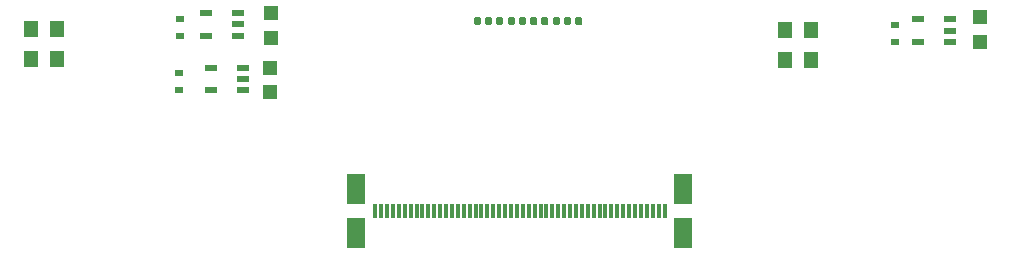
<source format=gbr>
G04 #@! TF.GenerationSoftware,KiCad,Pcbnew,5.0.2+dfsg1-1~bpo9+1*
G04 #@! TF.CreationDate,2019-09-12T14:57:23+02:00*
G04 #@! TF.ProjectId,OV9281,4f563932-3831-42e6-9b69-6361645f7063,rev?*
G04 #@! TF.SameCoordinates,Original*
G04 #@! TF.FileFunction,Paste,Top*
G04 #@! TF.FilePolarity,Positive*
%FSLAX46Y46*%
G04 Gerber Fmt 4.6, Leading zero omitted, Abs format (unit mm)*
G04 Created by KiCad (PCBNEW 5.0.2+dfsg1-1~bpo9+1) date Thu 12 Sep 2019 02:57:23 PM CEST*
%MOMM*%
%LPD*%
G01*
G04 APERTURE LIST*
%ADD10R,1.500000X2.500000*%
%ADD11R,0.300000X1.200000*%
%ADD12C,0.100000*%
%ADD13C,0.590000*%
%ADD14R,1.000000X0.550000*%
%ADD15R,0.800000X0.600000*%
%ADD16R,1.200000X1.200000*%
%ADD17R,1.200000X1.400000*%
G04 APERTURE END LIST*
D10*
G04 #@! TO.C,J3*
X163850000Y-117550000D03*
X163850000Y-121250000D03*
X136150000Y-121250000D03*
X136150000Y-117550000D03*
D11*
X137750000Y-119400000D03*
X138250000Y-119400000D03*
X138750000Y-119400000D03*
X139250000Y-119400000D03*
X139750000Y-119400000D03*
X140250000Y-119400000D03*
X140750000Y-119400000D03*
X141250000Y-119400000D03*
X141750000Y-119400000D03*
X142250000Y-119400000D03*
X142750000Y-119400000D03*
X143250000Y-119400000D03*
X143750000Y-119400000D03*
X144250000Y-119400000D03*
X144750000Y-119400000D03*
X145250000Y-119400000D03*
X145750000Y-119400000D03*
X146250000Y-119400000D03*
X146750000Y-119400000D03*
X147250000Y-119400000D03*
X147750000Y-119400000D03*
X148250000Y-119400000D03*
X148750000Y-119400000D03*
X149250000Y-119400000D03*
X149750000Y-119400000D03*
X150250000Y-119400000D03*
X150750000Y-119400000D03*
X151250000Y-119400000D03*
X151750000Y-119400000D03*
X152250000Y-119400000D03*
X152750000Y-119400000D03*
X153250000Y-119400000D03*
X153750000Y-119400000D03*
X154250000Y-119400000D03*
X154750000Y-119400000D03*
X155250000Y-119400000D03*
X155750000Y-119400000D03*
X156250000Y-119400000D03*
X156750000Y-119400000D03*
X157250000Y-119400000D03*
X157750000Y-119400000D03*
X158250000Y-119400000D03*
X158750000Y-119400000D03*
X159250000Y-119400000D03*
X159750000Y-119400000D03*
X160250000Y-119400000D03*
X160750000Y-119400000D03*
X161250000Y-119400000D03*
X161750000Y-119400000D03*
X162250000Y-119400000D03*
G04 #@! TD*
D12*
G04 #@! TO.C,R5*
G36*
X155161959Y-102965711D02*
X155176277Y-102967835D01*
X155190318Y-102971352D01*
X155203947Y-102976229D01*
X155217032Y-102982418D01*
X155229448Y-102989859D01*
X155241074Y-102998482D01*
X155251799Y-103008203D01*
X155261520Y-103018928D01*
X155270143Y-103030554D01*
X155277584Y-103042970D01*
X155283773Y-103056055D01*
X155288650Y-103069684D01*
X155292167Y-103083725D01*
X155294291Y-103098043D01*
X155295001Y-103112501D01*
X155295001Y-103457501D01*
X155294291Y-103471959D01*
X155292167Y-103486277D01*
X155288650Y-103500318D01*
X155283773Y-103513947D01*
X155277584Y-103527032D01*
X155270143Y-103539448D01*
X155261520Y-103551074D01*
X155251799Y-103561799D01*
X155241074Y-103571520D01*
X155229448Y-103580143D01*
X155217032Y-103587584D01*
X155203947Y-103593773D01*
X155190318Y-103598650D01*
X155176277Y-103602167D01*
X155161959Y-103604291D01*
X155147501Y-103605001D01*
X154852501Y-103605001D01*
X154838043Y-103604291D01*
X154823725Y-103602167D01*
X154809684Y-103598650D01*
X154796055Y-103593773D01*
X154782970Y-103587584D01*
X154770554Y-103580143D01*
X154758928Y-103571520D01*
X154748203Y-103561799D01*
X154738482Y-103551074D01*
X154729859Y-103539448D01*
X154722418Y-103527032D01*
X154716229Y-103513947D01*
X154711352Y-103500318D01*
X154707835Y-103486277D01*
X154705711Y-103471959D01*
X154705001Y-103457501D01*
X154705001Y-103112501D01*
X154705711Y-103098043D01*
X154707835Y-103083725D01*
X154711352Y-103069684D01*
X154716229Y-103056055D01*
X154722418Y-103042970D01*
X154729859Y-103030554D01*
X154738482Y-103018928D01*
X154748203Y-103008203D01*
X154758928Y-102998482D01*
X154770554Y-102989859D01*
X154782970Y-102982418D01*
X154796055Y-102976229D01*
X154809684Y-102971352D01*
X154823725Y-102967835D01*
X154838043Y-102965711D01*
X154852501Y-102965001D01*
X155147501Y-102965001D01*
X155161959Y-102965711D01*
X155161959Y-102965711D01*
G37*
D13*
X155000001Y-103285001D03*
D12*
G36*
X154191959Y-102965711D02*
X154206277Y-102967835D01*
X154220318Y-102971352D01*
X154233947Y-102976229D01*
X154247032Y-102982418D01*
X154259448Y-102989859D01*
X154271074Y-102998482D01*
X154281799Y-103008203D01*
X154291520Y-103018928D01*
X154300143Y-103030554D01*
X154307584Y-103042970D01*
X154313773Y-103056055D01*
X154318650Y-103069684D01*
X154322167Y-103083725D01*
X154324291Y-103098043D01*
X154325001Y-103112501D01*
X154325001Y-103457501D01*
X154324291Y-103471959D01*
X154322167Y-103486277D01*
X154318650Y-103500318D01*
X154313773Y-103513947D01*
X154307584Y-103527032D01*
X154300143Y-103539448D01*
X154291520Y-103551074D01*
X154281799Y-103561799D01*
X154271074Y-103571520D01*
X154259448Y-103580143D01*
X154247032Y-103587584D01*
X154233947Y-103593773D01*
X154220318Y-103598650D01*
X154206277Y-103602167D01*
X154191959Y-103604291D01*
X154177501Y-103605001D01*
X153882501Y-103605001D01*
X153868043Y-103604291D01*
X153853725Y-103602167D01*
X153839684Y-103598650D01*
X153826055Y-103593773D01*
X153812970Y-103587584D01*
X153800554Y-103580143D01*
X153788928Y-103571520D01*
X153778203Y-103561799D01*
X153768482Y-103551074D01*
X153759859Y-103539448D01*
X153752418Y-103527032D01*
X153746229Y-103513947D01*
X153741352Y-103500318D01*
X153737835Y-103486277D01*
X153735711Y-103471959D01*
X153735001Y-103457501D01*
X153735001Y-103112501D01*
X153735711Y-103098043D01*
X153737835Y-103083725D01*
X153741352Y-103069684D01*
X153746229Y-103056055D01*
X153752418Y-103042970D01*
X153759859Y-103030554D01*
X153768482Y-103018928D01*
X153778203Y-103008203D01*
X153788928Y-102998482D01*
X153800554Y-102989859D01*
X153812970Y-102982418D01*
X153826055Y-102976229D01*
X153839684Y-102971352D01*
X153853725Y-102967835D01*
X153868043Y-102965711D01*
X153882501Y-102965001D01*
X154177501Y-102965001D01*
X154191959Y-102965711D01*
X154191959Y-102965711D01*
G37*
D13*
X154030001Y-103285001D03*
G04 #@! TD*
D12*
G04 #@! TO.C,R4*
G36*
X153251959Y-102965711D02*
X153266277Y-102967835D01*
X153280318Y-102971352D01*
X153293947Y-102976229D01*
X153307032Y-102982418D01*
X153319448Y-102989859D01*
X153331074Y-102998482D01*
X153341799Y-103008203D01*
X153351520Y-103018928D01*
X153360143Y-103030554D01*
X153367584Y-103042970D01*
X153373773Y-103056055D01*
X153378650Y-103069684D01*
X153382167Y-103083725D01*
X153384291Y-103098043D01*
X153385001Y-103112501D01*
X153385001Y-103457501D01*
X153384291Y-103471959D01*
X153382167Y-103486277D01*
X153378650Y-103500318D01*
X153373773Y-103513947D01*
X153367584Y-103527032D01*
X153360143Y-103539448D01*
X153351520Y-103551074D01*
X153341799Y-103561799D01*
X153331074Y-103571520D01*
X153319448Y-103580143D01*
X153307032Y-103587584D01*
X153293947Y-103593773D01*
X153280318Y-103598650D01*
X153266277Y-103602167D01*
X153251959Y-103604291D01*
X153237501Y-103605001D01*
X152942501Y-103605001D01*
X152928043Y-103604291D01*
X152913725Y-103602167D01*
X152899684Y-103598650D01*
X152886055Y-103593773D01*
X152872970Y-103587584D01*
X152860554Y-103580143D01*
X152848928Y-103571520D01*
X152838203Y-103561799D01*
X152828482Y-103551074D01*
X152819859Y-103539448D01*
X152812418Y-103527032D01*
X152806229Y-103513947D01*
X152801352Y-103500318D01*
X152797835Y-103486277D01*
X152795711Y-103471959D01*
X152795001Y-103457501D01*
X152795001Y-103112501D01*
X152795711Y-103098043D01*
X152797835Y-103083725D01*
X152801352Y-103069684D01*
X152806229Y-103056055D01*
X152812418Y-103042970D01*
X152819859Y-103030554D01*
X152828482Y-103018928D01*
X152838203Y-103008203D01*
X152848928Y-102998482D01*
X152860554Y-102989859D01*
X152872970Y-102982418D01*
X152886055Y-102976229D01*
X152899684Y-102971352D01*
X152913725Y-102967835D01*
X152928043Y-102965711D01*
X152942501Y-102965001D01*
X153237501Y-102965001D01*
X153251959Y-102965711D01*
X153251959Y-102965711D01*
G37*
D13*
X153090001Y-103285001D03*
D12*
G36*
X152281959Y-102965711D02*
X152296277Y-102967835D01*
X152310318Y-102971352D01*
X152323947Y-102976229D01*
X152337032Y-102982418D01*
X152349448Y-102989859D01*
X152361074Y-102998482D01*
X152371799Y-103008203D01*
X152381520Y-103018928D01*
X152390143Y-103030554D01*
X152397584Y-103042970D01*
X152403773Y-103056055D01*
X152408650Y-103069684D01*
X152412167Y-103083725D01*
X152414291Y-103098043D01*
X152415001Y-103112501D01*
X152415001Y-103457501D01*
X152414291Y-103471959D01*
X152412167Y-103486277D01*
X152408650Y-103500318D01*
X152403773Y-103513947D01*
X152397584Y-103527032D01*
X152390143Y-103539448D01*
X152381520Y-103551074D01*
X152371799Y-103561799D01*
X152361074Y-103571520D01*
X152349448Y-103580143D01*
X152337032Y-103587584D01*
X152323947Y-103593773D01*
X152310318Y-103598650D01*
X152296277Y-103602167D01*
X152281959Y-103604291D01*
X152267501Y-103605001D01*
X151972501Y-103605001D01*
X151958043Y-103604291D01*
X151943725Y-103602167D01*
X151929684Y-103598650D01*
X151916055Y-103593773D01*
X151902970Y-103587584D01*
X151890554Y-103580143D01*
X151878928Y-103571520D01*
X151868203Y-103561799D01*
X151858482Y-103551074D01*
X151849859Y-103539448D01*
X151842418Y-103527032D01*
X151836229Y-103513947D01*
X151831352Y-103500318D01*
X151827835Y-103486277D01*
X151825711Y-103471959D01*
X151825001Y-103457501D01*
X151825001Y-103112501D01*
X151825711Y-103098043D01*
X151827835Y-103083725D01*
X151831352Y-103069684D01*
X151836229Y-103056055D01*
X151842418Y-103042970D01*
X151849859Y-103030554D01*
X151858482Y-103018928D01*
X151868203Y-103008203D01*
X151878928Y-102998482D01*
X151890554Y-102989859D01*
X151902970Y-102982418D01*
X151916055Y-102976229D01*
X151929684Y-102971352D01*
X151943725Y-102967835D01*
X151958043Y-102965711D01*
X151972501Y-102965001D01*
X152267501Y-102965001D01*
X152281959Y-102965711D01*
X152281959Y-102965711D01*
G37*
D13*
X152120001Y-103285001D03*
G04 #@! TD*
D12*
G04 #@! TO.C,R3*
G36*
X151341959Y-102965711D02*
X151356277Y-102967835D01*
X151370318Y-102971352D01*
X151383947Y-102976229D01*
X151397032Y-102982418D01*
X151409448Y-102989859D01*
X151421074Y-102998482D01*
X151431799Y-103008203D01*
X151441520Y-103018928D01*
X151450143Y-103030554D01*
X151457584Y-103042970D01*
X151463773Y-103056055D01*
X151468650Y-103069684D01*
X151472167Y-103083725D01*
X151474291Y-103098043D01*
X151475001Y-103112501D01*
X151475001Y-103457501D01*
X151474291Y-103471959D01*
X151472167Y-103486277D01*
X151468650Y-103500318D01*
X151463773Y-103513947D01*
X151457584Y-103527032D01*
X151450143Y-103539448D01*
X151441520Y-103551074D01*
X151431799Y-103561799D01*
X151421074Y-103571520D01*
X151409448Y-103580143D01*
X151397032Y-103587584D01*
X151383947Y-103593773D01*
X151370318Y-103598650D01*
X151356277Y-103602167D01*
X151341959Y-103604291D01*
X151327501Y-103605001D01*
X151032501Y-103605001D01*
X151018043Y-103604291D01*
X151003725Y-103602167D01*
X150989684Y-103598650D01*
X150976055Y-103593773D01*
X150962970Y-103587584D01*
X150950554Y-103580143D01*
X150938928Y-103571520D01*
X150928203Y-103561799D01*
X150918482Y-103551074D01*
X150909859Y-103539448D01*
X150902418Y-103527032D01*
X150896229Y-103513947D01*
X150891352Y-103500318D01*
X150887835Y-103486277D01*
X150885711Y-103471959D01*
X150885001Y-103457501D01*
X150885001Y-103112501D01*
X150885711Y-103098043D01*
X150887835Y-103083725D01*
X150891352Y-103069684D01*
X150896229Y-103056055D01*
X150902418Y-103042970D01*
X150909859Y-103030554D01*
X150918482Y-103018928D01*
X150928203Y-103008203D01*
X150938928Y-102998482D01*
X150950554Y-102989859D01*
X150962970Y-102982418D01*
X150976055Y-102976229D01*
X150989684Y-102971352D01*
X151003725Y-102967835D01*
X151018043Y-102965711D01*
X151032501Y-102965001D01*
X151327501Y-102965001D01*
X151341959Y-102965711D01*
X151341959Y-102965711D01*
G37*
D13*
X151180001Y-103285001D03*
D12*
G36*
X150371959Y-102965711D02*
X150386277Y-102967835D01*
X150400318Y-102971352D01*
X150413947Y-102976229D01*
X150427032Y-102982418D01*
X150439448Y-102989859D01*
X150451074Y-102998482D01*
X150461799Y-103008203D01*
X150471520Y-103018928D01*
X150480143Y-103030554D01*
X150487584Y-103042970D01*
X150493773Y-103056055D01*
X150498650Y-103069684D01*
X150502167Y-103083725D01*
X150504291Y-103098043D01*
X150505001Y-103112501D01*
X150505001Y-103457501D01*
X150504291Y-103471959D01*
X150502167Y-103486277D01*
X150498650Y-103500318D01*
X150493773Y-103513947D01*
X150487584Y-103527032D01*
X150480143Y-103539448D01*
X150471520Y-103551074D01*
X150461799Y-103561799D01*
X150451074Y-103571520D01*
X150439448Y-103580143D01*
X150427032Y-103587584D01*
X150413947Y-103593773D01*
X150400318Y-103598650D01*
X150386277Y-103602167D01*
X150371959Y-103604291D01*
X150357501Y-103605001D01*
X150062501Y-103605001D01*
X150048043Y-103604291D01*
X150033725Y-103602167D01*
X150019684Y-103598650D01*
X150006055Y-103593773D01*
X149992970Y-103587584D01*
X149980554Y-103580143D01*
X149968928Y-103571520D01*
X149958203Y-103561799D01*
X149948482Y-103551074D01*
X149939859Y-103539448D01*
X149932418Y-103527032D01*
X149926229Y-103513947D01*
X149921352Y-103500318D01*
X149917835Y-103486277D01*
X149915711Y-103471959D01*
X149915001Y-103457501D01*
X149915001Y-103112501D01*
X149915711Y-103098043D01*
X149917835Y-103083725D01*
X149921352Y-103069684D01*
X149926229Y-103056055D01*
X149932418Y-103042970D01*
X149939859Y-103030554D01*
X149948482Y-103018928D01*
X149958203Y-103008203D01*
X149968928Y-102998482D01*
X149980554Y-102989859D01*
X149992970Y-102982418D01*
X150006055Y-102976229D01*
X150019684Y-102971352D01*
X150033725Y-102967835D01*
X150048043Y-102965711D01*
X150062501Y-102965001D01*
X150357501Y-102965001D01*
X150371959Y-102965711D01*
X150371959Y-102965711D01*
G37*
D13*
X150210001Y-103285001D03*
G04 #@! TD*
D12*
G04 #@! TO.C,R2*
G36*
X149431959Y-102965711D02*
X149446277Y-102967835D01*
X149460318Y-102971352D01*
X149473947Y-102976229D01*
X149487032Y-102982418D01*
X149499448Y-102989859D01*
X149511074Y-102998482D01*
X149521799Y-103008203D01*
X149531520Y-103018928D01*
X149540143Y-103030554D01*
X149547584Y-103042970D01*
X149553773Y-103056055D01*
X149558650Y-103069684D01*
X149562167Y-103083725D01*
X149564291Y-103098043D01*
X149565001Y-103112501D01*
X149565001Y-103457501D01*
X149564291Y-103471959D01*
X149562167Y-103486277D01*
X149558650Y-103500318D01*
X149553773Y-103513947D01*
X149547584Y-103527032D01*
X149540143Y-103539448D01*
X149531520Y-103551074D01*
X149521799Y-103561799D01*
X149511074Y-103571520D01*
X149499448Y-103580143D01*
X149487032Y-103587584D01*
X149473947Y-103593773D01*
X149460318Y-103598650D01*
X149446277Y-103602167D01*
X149431959Y-103604291D01*
X149417501Y-103605001D01*
X149122501Y-103605001D01*
X149108043Y-103604291D01*
X149093725Y-103602167D01*
X149079684Y-103598650D01*
X149066055Y-103593773D01*
X149052970Y-103587584D01*
X149040554Y-103580143D01*
X149028928Y-103571520D01*
X149018203Y-103561799D01*
X149008482Y-103551074D01*
X148999859Y-103539448D01*
X148992418Y-103527032D01*
X148986229Y-103513947D01*
X148981352Y-103500318D01*
X148977835Y-103486277D01*
X148975711Y-103471959D01*
X148975001Y-103457501D01*
X148975001Y-103112501D01*
X148975711Y-103098043D01*
X148977835Y-103083725D01*
X148981352Y-103069684D01*
X148986229Y-103056055D01*
X148992418Y-103042970D01*
X148999859Y-103030554D01*
X149008482Y-103018928D01*
X149018203Y-103008203D01*
X149028928Y-102998482D01*
X149040554Y-102989859D01*
X149052970Y-102982418D01*
X149066055Y-102976229D01*
X149079684Y-102971352D01*
X149093725Y-102967835D01*
X149108043Y-102965711D01*
X149122501Y-102965001D01*
X149417501Y-102965001D01*
X149431959Y-102965711D01*
X149431959Y-102965711D01*
G37*
D13*
X149270001Y-103285001D03*
D12*
G36*
X148461959Y-102965711D02*
X148476277Y-102967835D01*
X148490318Y-102971352D01*
X148503947Y-102976229D01*
X148517032Y-102982418D01*
X148529448Y-102989859D01*
X148541074Y-102998482D01*
X148551799Y-103008203D01*
X148561520Y-103018928D01*
X148570143Y-103030554D01*
X148577584Y-103042970D01*
X148583773Y-103056055D01*
X148588650Y-103069684D01*
X148592167Y-103083725D01*
X148594291Y-103098043D01*
X148595001Y-103112501D01*
X148595001Y-103457501D01*
X148594291Y-103471959D01*
X148592167Y-103486277D01*
X148588650Y-103500318D01*
X148583773Y-103513947D01*
X148577584Y-103527032D01*
X148570143Y-103539448D01*
X148561520Y-103551074D01*
X148551799Y-103561799D01*
X148541074Y-103571520D01*
X148529448Y-103580143D01*
X148517032Y-103587584D01*
X148503947Y-103593773D01*
X148490318Y-103598650D01*
X148476277Y-103602167D01*
X148461959Y-103604291D01*
X148447501Y-103605001D01*
X148152501Y-103605001D01*
X148138043Y-103604291D01*
X148123725Y-103602167D01*
X148109684Y-103598650D01*
X148096055Y-103593773D01*
X148082970Y-103587584D01*
X148070554Y-103580143D01*
X148058928Y-103571520D01*
X148048203Y-103561799D01*
X148038482Y-103551074D01*
X148029859Y-103539448D01*
X148022418Y-103527032D01*
X148016229Y-103513947D01*
X148011352Y-103500318D01*
X148007835Y-103486277D01*
X148005711Y-103471959D01*
X148005001Y-103457501D01*
X148005001Y-103112501D01*
X148005711Y-103098043D01*
X148007835Y-103083725D01*
X148011352Y-103069684D01*
X148016229Y-103056055D01*
X148022418Y-103042970D01*
X148029859Y-103030554D01*
X148038482Y-103018928D01*
X148048203Y-103008203D01*
X148058928Y-102998482D01*
X148070554Y-102989859D01*
X148082970Y-102982418D01*
X148096055Y-102976229D01*
X148109684Y-102971352D01*
X148123725Y-102967835D01*
X148138043Y-102965711D01*
X148152501Y-102965001D01*
X148447501Y-102965001D01*
X148461959Y-102965711D01*
X148461959Y-102965711D01*
G37*
D13*
X148300001Y-103285001D03*
G04 #@! TD*
D12*
G04 #@! TO.C,R1*
G36*
X147521959Y-102965711D02*
X147536277Y-102967835D01*
X147550318Y-102971352D01*
X147563947Y-102976229D01*
X147577032Y-102982418D01*
X147589448Y-102989859D01*
X147601074Y-102998482D01*
X147611799Y-103008203D01*
X147621520Y-103018928D01*
X147630143Y-103030554D01*
X147637584Y-103042970D01*
X147643773Y-103056055D01*
X147648650Y-103069684D01*
X147652167Y-103083725D01*
X147654291Y-103098043D01*
X147655001Y-103112501D01*
X147655001Y-103457501D01*
X147654291Y-103471959D01*
X147652167Y-103486277D01*
X147648650Y-103500318D01*
X147643773Y-103513947D01*
X147637584Y-103527032D01*
X147630143Y-103539448D01*
X147621520Y-103551074D01*
X147611799Y-103561799D01*
X147601074Y-103571520D01*
X147589448Y-103580143D01*
X147577032Y-103587584D01*
X147563947Y-103593773D01*
X147550318Y-103598650D01*
X147536277Y-103602167D01*
X147521959Y-103604291D01*
X147507501Y-103605001D01*
X147212501Y-103605001D01*
X147198043Y-103604291D01*
X147183725Y-103602167D01*
X147169684Y-103598650D01*
X147156055Y-103593773D01*
X147142970Y-103587584D01*
X147130554Y-103580143D01*
X147118928Y-103571520D01*
X147108203Y-103561799D01*
X147098482Y-103551074D01*
X147089859Y-103539448D01*
X147082418Y-103527032D01*
X147076229Y-103513947D01*
X147071352Y-103500318D01*
X147067835Y-103486277D01*
X147065711Y-103471959D01*
X147065001Y-103457501D01*
X147065001Y-103112501D01*
X147065711Y-103098043D01*
X147067835Y-103083725D01*
X147071352Y-103069684D01*
X147076229Y-103056055D01*
X147082418Y-103042970D01*
X147089859Y-103030554D01*
X147098482Y-103018928D01*
X147108203Y-103008203D01*
X147118928Y-102998482D01*
X147130554Y-102989859D01*
X147142970Y-102982418D01*
X147156055Y-102976229D01*
X147169684Y-102971352D01*
X147183725Y-102967835D01*
X147198043Y-102965711D01*
X147212501Y-102965001D01*
X147507501Y-102965001D01*
X147521959Y-102965711D01*
X147521959Y-102965711D01*
G37*
D13*
X147360001Y-103285001D03*
D12*
G36*
X146551959Y-102965711D02*
X146566277Y-102967835D01*
X146580318Y-102971352D01*
X146593947Y-102976229D01*
X146607032Y-102982418D01*
X146619448Y-102989859D01*
X146631074Y-102998482D01*
X146641799Y-103008203D01*
X146651520Y-103018928D01*
X146660143Y-103030554D01*
X146667584Y-103042970D01*
X146673773Y-103056055D01*
X146678650Y-103069684D01*
X146682167Y-103083725D01*
X146684291Y-103098043D01*
X146685001Y-103112501D01*
X146685001Y-103457501D01*
X146684291Y-103471959D01*
X146682167Y-103486277D01*
X146678650Y-103500318D01*
X146673773Y-103513947D01*
X146667584Y-103527032D01*
X146660143Y-103539448D01*
X146651520Y-103551074D01*
X146641799Y-103561799D01*
X146631074Y-103571520D01*
X146619448Y-103580143D01*
X146607032Y-103587584D01*
X146593947Y-103593773D01*
X146580318Y-103598650D01*
X146566277Y-103602167D01*
X146551959Y-103604291D01*
X146537501Y-103605001D01*
X146242501Y-103605001D01*
X146228043Y-103604291D01*
X146213725Y-103602167D01*
X146199684Y-103598650D01*
X146186055Y-103593773D01*
X146172970Y-103587584D01*
X146160554Y-103580143D01*
X146148928Y-103571520D01*
X146138203Y-103561799D01*
X146128482Y-103551074D01*
X146119859Y-103539448D01*
X146112418Y-103527032D01*
X146106229Y-103513947D01*
X146101352Y-103500318D01*
X146097835Y-103486277D01*
X146095711Y-103471959D01*
X146095001Y-103457501D01*
X146095001Y-103112501D01*
X146095711Y-103098043D01*
X146097835Y-103083725D01*
X146101352Y-103069684D01*
X146106229Y-103056055D01*
X146112418Y-103042970D01*
X146119859Y-103030554D01*
X146128482Y-103018928D01*
X146138203Y-103008203D01*
X146148928Y-102998482D01*
X146160554Y-102989859D01*
X146172970Y-102982418D01*
X146186055Y-102976229D01*
X146199684Y-102971352D01*
X146213725Y-102967835D01*
X146228043Y-102965711D01*
X146242501Y-102965001D01*
X146537501Y-102965001D01*
X146551959Y-102965711D01*
X146551959Y-102965711D01*
G37*
D13*
X146390001Y-103285001D03*
G04 #@! TD*
D14*
G04 #@! TO.C,IC3*
X183740000Y-105050000D03*
X183740000Y-103150000D03*
X186440000Y-105050000D03*
X186440000Y-104100000D03*
X186440000Y-103150000D03*
G04 #@! TD*
D15*
G04 #@! TO.C,C4*
X121170000Y-109130000D03*
X121170000Y-107730000D03*
G04 #@! TD*
G04 #@! TO.C,C5*
X121193797Y-104526280D03*
X121193797Y-103126280D03*
G04 #@! TD*
G04 #@! TO.C,C6*
X181790000Y-105050000D03*
X181790000Y-103650000D03*
G04 #@! TD*
D16*
G04 #@! TO.C,C2*
X128920000Y-102630000D03*
X128920000Y-104730000D03*
G04 #@! TD*
G04 #@! TO.C,C1*
X128870000Y-107230000D03*
X128870000Y-109330000D03*
G04 #@! TD*
G04 #@! TO.C,C3*
X188940000Y-105050000D03*
X188940000Y-102950000D03*
G04 #@! TD*
D17*
G04 #@! TO.C,Y1*
X172454300Y-106566664D03*
X174654300Y-106566664D03*
X172454300Y-104026664D03*
X174654300Y-104026664D03*
G04 #@! TD*
G04 #@! TO.C,Y2*
X108624300Y-106496664D03*
X110824300Y-106496664D03*
X108624300Y-103956664D03*
X110824300Y-103956664D03*
G04 #@! TD*
D14*
G04 #@! TO.C,IC2*
X123443797Y-104526280D03*
X123443797Y-102626280D03*
X126143797Y-104526280D03*
X126143797Y-103576280D03*
X126143797Y-102626280D03*
G04 #@! TD*
G04 #@! TO.C,IC1*
X123870000Y-109130000D03*
X123870000Y-107230000D03*
X126570000Y-109130000D03*
X126570000Y-108180000D03*
X126570000Y-107230000D03*
G04 #@! TD*
M02*

</source>
